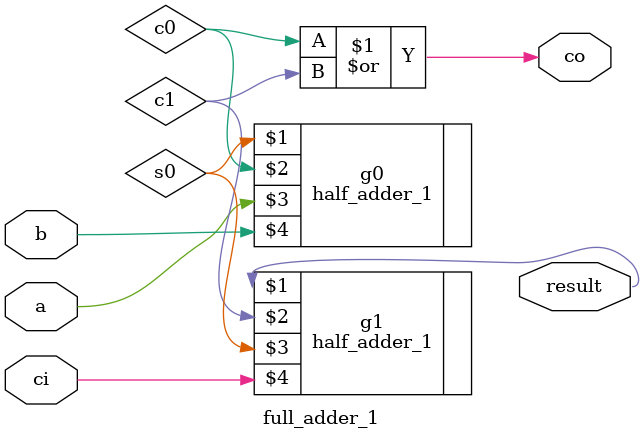
<source format=v>
module full_adder_1(
	output result, 
	output co, 
	input a, 
	input b, 
	input ci);
	
	wire s0, c0, c1;
	
	half_adder_1 g0(s0, c0, a, b);
	half_adder_1 g1(result, c1, s0, ci);
	or g2(co, c0, c1);
	
endmodule 
</source>
